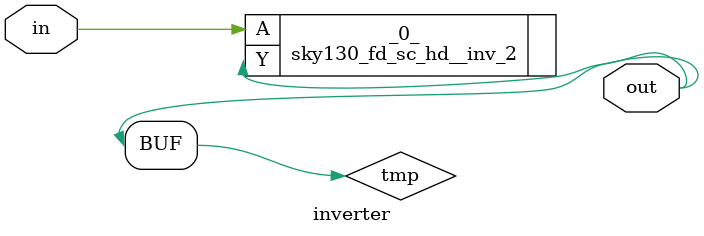
<source format=v>
/* Generated by Yosys 0.34 (git sha1 4a1b5599258, gcc 8.3.1 -fPIC -Os) */

module inverter(in, out);
  input in;
  wire in;
  output out;
  wire out;
  wire tmp;
  assign tmp = out;
  sky130_fd_sc_hd__inv_2 _0_ (
    .A(in),
    .Y(out)
  );
endmodule

</source>
